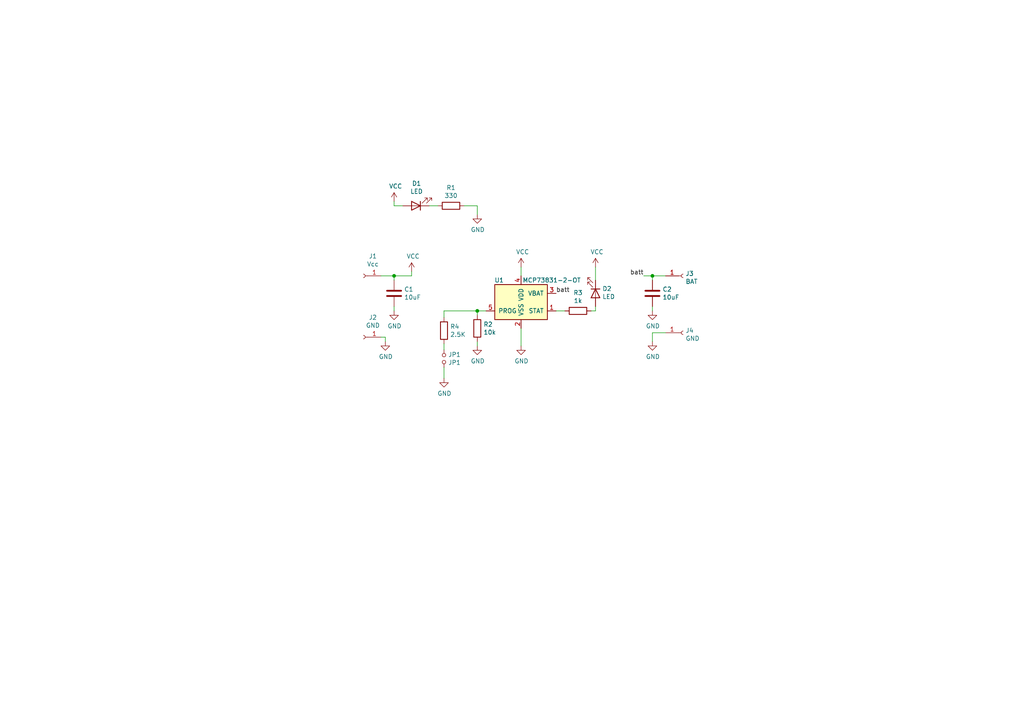
<source format=kicad_sch>
(kicad_sch (version 20211123) (generator eeschema)
  (paper "A4")
  (lib_symbols
    (symbol "Battery_Management:MCP73831-2-OT" (pin_names (offset 1.016))
      (property "Reference" "U" (at -7.62 6.35 0))
      (property "Value" "MCP73831-2-OT" (at 1.27 6.35 0))
      (symbol "MCP73831-2-OT_0_1"
        (rectangle (start -7.62 5.08) (end 7.62 -5.08) (stroke (width 0.254)) (fill (type background)))
      )
      (symbol "MCP73831-2-OT_1_1"
        (pin output line (at 10.16 -2.54 180) (length 2.54) (name "STAT") (number "1"))
        (pin power_in line (at 0 -7.62 90) (length 2.54) (name "VSS") (number "2"))
        (pin power_out line (at 10.16 2.54 180) (length 2.54) (name "VBAT") (number "3"))
        (pin power_in line (at 0 7.62 270) (length 2.54) (name "VDD") (number "4"))
        (pin input line (at -10.16 -2.54 0) (length 2.54) (name "PROG") (number "5"))
      )
    )
    (symbol "Connector:Conn_01x01_Female" (pin_names (offset 1.016) hide)
      (property "Reference" "J" (at 0 2.54 0))
      (property "Value" "Conn_01x01_Female" (at 0 -2.54 0))
      (symbol "Conn_01x01_Female_1_1"
        (polyline (pts (xy -1.27 0) (xy -0.508 0)) (stroke (width 0.1524)))
        (arc (start 0 0.508) (mid -0.508 0) (end 0 -0.508) (stroke (width 0.1524)))
        (pin passive line (at -5.08 0 0) (length 3.81) (name "Pin_1") (number "1"))
      )
    )
    (symbol "Device:C" (pin_numbers hide) (pin_names (offset 0.254))
      (property "Reference" "C" (at 0.635 2.54 0))
      (property "Value" "C" (at 0.635 -2.54 0))
      (symbol "C_0_1"
        (polyline (pts (xy -2.032 -0.762) (xy 2.032 -0.762)) (stroke (width 0.508)))
        (polyline (pts (xy -2.032 0.762) (xy 2.032 0.762)) (stroke (width 0.508)))
      )
      (symbol "C_1_1"
        (pin passive line (at 0 3.81 270) (length 2.794) (name "~") (number "1"))
        (pin passive line (at 0 -3.81 90) (length 2.794) (name "~") (number "2"))
      )
    )
    (symbol "Device:Jumper_NO_Small" (pin_numbers hide) (pin_names (offset 0.762) hide)
      (property "Reference" "JP" (at 0 2.032 0))
      (property "Value" "Device_Jumper_NO_Small" (at 0.254 -1.524 0))
      (symbol "Jumper_NO_Small_0_1"
        (circle (center -1.016 0) (radius 0.508))
        (circle (center 1.016 0) (radius 0.508))
        (pin passive line (at -2.54 0 0) (length 1.016) (name "1") (number "1"))
        (pin passive line (at 2.54 0 180) (length 1.016) (name "2") (number "2"))
      )
    )
    (symbol "Device:LED" (pin_numbers hide) (pin_names (offset 1.016) hide)
      (property "Reference" "D" (at 0 2.54 0))
      (property "Value" "LED" (at 0 -2.54 0))
      (symbol "LED_0_1"
        (polyline (pts (xy -1.27 -1.27) (xy -1.27 1.27)) (stroke (width 0.254)))
        (polyline (pts (xy -1.27 0) (xy 1.27 0)))
        (polyline (pts (xy 1.27 -1.27) (xy 1.27 1.27) (xy -1.27 0) (xy 1.27 -1.27)) (stroke (width 0.254)))
        (polyline (pts (xy -3.048 -0.762) (xy -4.572 -2.286) (xy -3.81 -2.286) (xy -4.572 -2.286) (xy -4.572 -1.524)))
        (polyline (pts (xy -1.778 -0.762) (xy -3.302 -2.286) (xy -2.54 -2.286) (xy -3.302 -2.286) (xy -3.302 -1.524)))
      )
      (symbol "LED_1_1"
        (pin passive line (at -3.81 0 0) (length 2.54) (name "K") (number "1"))
        (pin passive line (at 3.81 0 180) (length 2.54) (name "A") (number "2"))
      )
    )
    (symbol "Device:R" (pin_numbers hide) (pin_names (offset 0))
      (property "Reference" "R" (at 2.032 0 90))
      (property "Value" "R" (at 0 0 90))
      (symbol "R_0_1"
        (rectangle (start -1.016 -2.54) (end 1.016 2.54) (stroke (width 0.254)))
      )
      (symbol "R_1_1"
        (pin passive line (at 0 3.81 270) (length 1.27) (name "~") (number "1"))
        (pin passive line (at 0 -3.81 90) (length 1.27) (name "~") (number "2"))
      )
    )
    (symbol "power:GND" (power) (pin_names (offset 0))
      (property "Value" "GND" (at 0 -3.81 0))
      (symbol "GND_0_1"
        (polyline (pts (xy 0 0) (xy 0 -1.27) (xy 1.27 -1.27) (xy 0 -2.54) (xy -1.27 -1.27) (xy 0 -1.27)))
      )
      (symbol "GND_1_1"
        (pin power_in line (at 0 0 270) (length 0) hide (name "GND") (number "1"))
      )
    )
    (symbol "power:VCC" (power) (pin_names (offset 0))
      (property "Value" "VCC" (at 0 3.81 0))
      (symbol "VCC_0_1"
        (polyline (pts (xy -0.762 1.27) (xy 0 2.54)))
        (polyline (pts (xy 0 0) (xy 0 2.54)))
        (polyline (pts (xy 0 2.54) (xy 0.762 1.27)))
      )
      (symbol "VCC_1_1"
        (pin power_in line (at 0 0 90) (length 0) hide (name "VCC") (number "1"))
      )
    )
  )
  (junction (at 138.43 90.17))
  (junction (at 189.23 80.01))
  (junction (at 114.3 80.01))
  (wire (pts (xy 163.83 90.17) (xy 161.29 90.17)))
  (wire (pts (xy 189.23 81.28) (xy 189.23 80.01)))
  (wire (pts (xy 138.43 91.44) (xy 138.43 90.17)))
  (wire (pts (xy 111.76 99.06) (xy 111.76 97.79)))
  (wire (pts (xy 138.43 90.17) (xy 140.97 90.17)))
  (wire (pts (xy 186.69 80.01) (xy 189.23 80.01)))
  (wire (pts (xy 151.13 100.33) (xy 151.13 95.25)))
  (wire (pts (xy 128.778 109.728) (xy 128.778 106.553)))
  (wire (pts (xy 172.72 88.9) (xy 172.72 90.17)))
  (wire (pts (xy 114.3 90.17) (xy 114.3 88.9)))
  (wire (pts (xy 111.76 97.79) (xy 110.49 97.79)))
  (wire (pts (xy 189.23 90.17) (xy 189.23 88.9)))
  (wire (pts (xy 114.3 80.01) (xy 110.49 80.01)))
  (wire (pts (xy 116.84 59.69) (xy 114.3 59.69)))
  (wire (pts (xy 114.3 59.69) (xy 114.3 58.42)))
  (wire (pts (xy 189.23 99.06) (xy 189.23 96.52)))
  (wire (pts (xy 114.3 81.28) (xy 114.3 80.01)))
  (wire (pts (xy 189.23 96.52) (xy 193.04 96.52)))
  (wire (pts (xy 138.43 59.69) (xy 134.62 59.69)))
  (wire (pts (xy 138.43 100.33) (xy 138.43 99.06)))
  (wire (pts (xy 172.72 77.47) (xy 172.72 81.28)))
  (wire (pts (xy 171.45 90.17) (xy 172.72 90.17)))
  (wire (pts (xy 128.778 92.075) (xy 128.778 90.17)))
  (wire (pts (xy 138.43 62.23) (xy 138.43 59.69)))
  (wire (pts (xy 151.13 77.47) (xy 151.13 80.01)))
  (wire (pts (xy 114.3 80.01) (xy 119.38 80.01)))
  (wire (pts (xy 128.778 90.17) (xy 138.43 90.17)))
  (wire (pts (xy 119.38 80.01) (xy 119.38 78.74)))
  (wire (pts (xy 189.23 80.01) (xy 193.04 80.01)))
  (wire (pts (xy 128.778 99.695) (xy 128.778 101.473)))
  (wire (pts (xy 127 59.69) (xy 124.46 59.69)))
  (label "batt" (at 161.29 85.09 0))
  (label "batt" (at 186.69 80.01 180))
  (symbol (lib_id "Battery_Management:MCP73831-2-OT") (at 151.13 87.63 0) (unit 1)
    (property "Reference" "U1" (at 144.78 81.28 0))
    (property "Value" "MCP73831-2-OT" (at 160.02 81.28 0))
    (property "Footprint" "Package_TO_SOT_SMD:SOT-23-5" (effects hide))
    (property "Datasheet" "http://ww1.microchip.com/downloads/en/DeviceDoc/20001984g.pdf" (effects hide))
    (property "manf#" "MCP73831T-5ACI/OT" (effects hide))
  )
  (symbol (lib_id "Connector:Conn_01x01_Female") (at 105.41 80.01 180) (unit 1)
    (property "Reference" "J1" (at 108.1532 74.295 0))
    (property "Value" "Vcc" (at 108.1532 76.6064 0))
    (property "Footprint" "Connector_PinHeader_2.54mm:PinHeader_1x01_P2.54mm_Vertical" (effects hide))
  )
  (symbol (lib_id "Connector:Conn_01x01_Female") (at 105.41 97.79 180) (unit 1)
    (property "Reference" "J2" (at 108.1532 92.075 0))
    (property "Value" "GND" (at 108.1532 94.3864 0))
    (property "Footprint" "Connector_PinHeader_2.54mm:PinHeader_1x01_P2.54mm_Vertical" (effects hide))
  )
  (symbol (lib_id "Connector:Conn_01x01_Female") (at 198.12 96.52 0) (unit 1)
    (property "Reference" "J4" (at 198.8312 95.8596 0) (effects (justify left)))
    (property "Value" "GND" (at 198.8312 98.171 0) (effects (justify left)))
    (property "Footprint" "Connector_PinHeader_2.54mm:PinHeader_1x01_P2.54mm_Vertical" (effects hide))
  )
  (symbol (lib_id "Connector:Conn_01x01_Female") (at 198.12 80.01 0) (unit 1)
    (property "Reference" "J3" (at 198.8312 79.3496 0) (effects (justify left)))
    (property "Value" "BAT" (at 198.8312 81.661 0) (effects (justify left)))
    (property "Footprint" "Connector_PinHeader_2.54mm:PinHeader_1x01_P2.54mm_Vertical" (effects hide))
  )
  (symbol (lib_id "Device:LED") (at 172.72 85.09 270) (unit 1)
    (property "Reference" "D2" (at 174.7012 83.7438 90) (effects (justify left)))
    (property "Value" "LED" (at 174.7012 86.0552 90) (effects (justify left)))
    (property "Footprint" "LED_SMD:LED_0805_2012Metric_Pad1.15x1.40mm_HandSolder" (effects hide))
  )
  (symbol (lib_id "Device:R") (at 138.43 95.25 180) (unit 1)
    (property "Reference" "R2" (at 140.208 94.0816 0) (effects (justify right)))
    (property "Value" "10k" (at 140.208 96.393 0) (effects (justify right)))
    (property "Footprint" "Resistor_SMD:R_0805_2012Metric_Pad1.15x1.40mm_HandSolder" (effects hide))
    (property "manf#" "ESR10EZPJ103" (effects hide))
  )
  (symbol (lib_id "Device:C") (at 114.3 85.09 0) (unit 1)
    (property "Reference" "C1" (at 117.221 83.9216 0) (effects (justify left)))
    (property "Value" "10uF" (at 117.221 86.233 0) (effects (justify left)))
    (property "Footprint" "Capacitor_SMD:C_0805_2012Metric_Pad1.15x1.40mm_HandSolder" (effects hide))
    (property "manf#" "885012107004" (effects hide))
  )
  (symbol (lib_id "Device:LED") (at 120.65 59.69 180) (unit 1)
    (property "Reference" "D1" (at 120.8278 53.213 0))
    (property "Value" "LED" (at 120.8278 55.5244 0))
    (property "Footprint" "LED_SMD:LED_0805_2012Metric_Pad1.15x1.40mm_HandSolder" (effects hide))
  )
  (symbol (lib_id "Device:R") (at 130.81 59.69 90) (unit 1)
    (property "Reference" "R1" (at 130.81 54.4322 90))
    (property "Value" "330" (at 130.81 56.7436 90))
    (property "Footprint" "Resistor_SMD:R_0805_2012Metric_Pad1.15x1.40mm_HandSolder" (effects hide))
    (property "manf#" "CRCW0805330RFKEAC" (effects hide))
  )
  (symbol (lib_id "power:GND") (at 151.13 100.33 0) (unit 1)
    (property "Reference" "#PWR08" (effects hide))
    (property "Value" "GND" (at 151.257 104.7242 0))
  )
  (symbol (lib_id "power:GND") (at 138.43 100.33 0) (unit 1)
    (property "Reference" "#PWR06" (effects hide))
    (property "Value" "GND" (at 138.557 104.7242 0))
  )
  (symbol (lib_id "power:GND") (at 189.23 90.17 0) (unit 1)
    (property "Reference" "#PWR09" (effects hide))
    (property "Value" "GND" (at 189.357 94.5642 0))
  )
  (symbol (lib_id "power:GND") (at 189.23 99.06 0) (unit 1)
    (property "Reference" "#PWR010" (effects hide))
    (property "Value" "GND" (at 189.357 103.4542 0))
  )
  (symbol (lib_id "power:GND") (at 111.76 99.06 0) (unit 1)
    (property "Reference" "#PWR01" (effects hide))
    (property "Value" "GND" (at 111.887 103.4542 0))
  )
  (symbol (lib_id "power:VCC") (at 151.13 77.47 0) (unit 1)
    (property "Reference" "#PWR07" (effects hide))
    (property "Value" "VCC" (at 151.5618 73.0758 0))
  )
  (symbol (lib_id "power:VCC") (at 119.38 78.74 0) (unit 1)
    (property "Reference" "#PWR04" (effects hide))
    (property "Value" "VCC" (at 119.8118 74.3458 0))
  )
  (symbol (lib_id "power:GND") (at 114.3 90.17 0) (unit 1)
    (property "Reference" "#PWR03" (effects hide))
    (property "Value" "GND" (at 114.427 94.5642 0))
  )
  (symbol (lib_id "power:VCC") (at 114.3 58.42 0) (unit 1)
    (property "Reference" "#PWR02" (effects hide))
    (property "Value" "VCC" (at 114.7318 54.0258 0))
  )
  (symbol (lib_id "power:GND") (at 138.43 62.23 0) (unit 1)
    (property "Reference" "#PWR05" (effects hide))
    (property "Value" "GND" (at 138.557 66.6242 0))
  )
  (symbol (lib_id "power:VCC") (at 172.72 77.47 0) (unit 1)
    (property "Reference" "#PWR0101" (effects hide))
    (property "Value" "VCC" (at 173.1518 73.0758 0))
  )
  (symbol (lib_id "Device:R") (at 167.64 90.17 90) (unit 1)
    (property "Reference" "R3" (at 167.64 84.9122 90))
    (property "Value" "1k" (at 167.64 87.2236 90))
    (property "Footprint" "Resistor_SMD:R_0805_2012Metric_Pad1.15x1.40mm_HandSolder" (effects hide))
    (property "manf#" "ESR10EZPJ102" (effects hide))
  )
  (symbol (lib_id "Device:C") (at 189.23 85.09 0) (unit 1)
    (property "Reference" "C2" (at 192.151 83.9216 0) (effects (justify left)))
    (property "Value" "10uF" (at 192.151 86.233 0) (effects (justify left)))
    (property "Footprint" "Capacitor_SMD:C_0805_2012Metric_Pad1.15x1.40mm_HandSolder" (effects hide))
    (property "manf#" "885012107004" (effects hide))
  )
  (symbol (lib_id "Device:Jumper_NO_Small") (at 128.778 104.013 270) (unit 1)
    (property "Reference" "JP1" (at 129.9972 102.8446 90) (effects (justify left)))
    (property "Value" "JP1" (at 129.9972 105.156 90) (effects (justify left)))
  )
  (symbol (lib_id "power:GND") (at 128.778 109.728 0) (unit 1)
    (property "Reference" "#PWR011" (effects hide))
    (property "Value" "GND" (at 128.905 114.1222 0))
  )
  (symbol (lib_id "Device:R") (at 128.778 95.885 180) (unit 1)
    (property "Reference" "R4" (at 130.556 94.7166 0) (effects (justify right)))
    (property "Value" "2.5K" (at 130.556 97.028 0) (effects (justify right)))
    (property "Footprint" "Resistor_SMD:R_0805_2012Metric_Pad1.15x1.40mm_HandSolder" (effects hide))
    (property "manf#" "CR0805-FX-2491ELF" (effects hide))
  )
)
</source>
